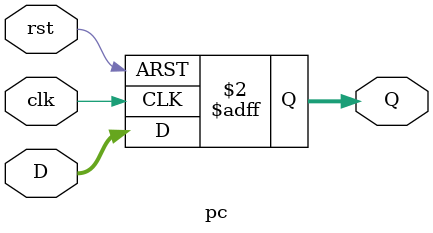
<source format=sv>
`timescale 1ns / 1ps

module pc(
    input  logic        clk         ,
    input  logic        rst         ,      
    input  logic [31:0] D           ,   
    output logic [31:0] Q
);

    always_ff @(posedge clk or posedge rst) begin
        if (rst)
            Q <= 32'h00000000;    
        else
            Q <= D;               
    end
endmodule

</source>
